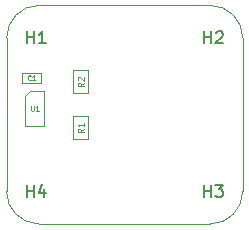
<source format=gbr>
G04 #@! TF.GenerationSoftware,KiCad,Pcbnew,7.0.8*
G04 #@! TF.CreationDate,2023-12-04T23:32:15-07:00*
G04 #@! TF.ProjectId,wheelspeed,77686565-6c73-4706-9565-642e6b696361,v1*
G04 #@! TF.SameCoordinates,Original*
G04 #@! TF.FileFunction,AssemblyDrawing,Top*
%FSLAX46Y46*%
G04 Gerber Fmt 4.6, Leading zero omitted, Abs format (unit mm)*
G04 Created by KiCad (PCBNEW 7.0.8) date 2023-12-04 23:32:15*
%MOMM*%
%LPD*%
G01*
G04 APERTURE LIST*
%ADD10C,0.080000*%
%ADD11C,0.150000*%
%ADD12C,0.060000*%
%ADD13C,0.100000*%
G04 #@! TA.AperFunction,Profile*
%ADD14C,0.100000*%
G04 #@! TD*
G04 APERTURE END LIST*
D10*
X136520899Y-94195833D02*
X136282804Y-94362499D01*
X136520899Y-94481547D02*
X136020899Y-94481547D01*
X136020899Y-94481547D02*
X136020899Y-94291071D01*
X136020899Y-94291071D02*
X136044709Y-94243452D01*
X136044709Y-94243452D02*
X136068518Y-94219642D01*
X136068518Y-94219642D02*
X136116137Y-94195833D01*
X136116137Y-94195833D02*
X136187566Y-94195833D01*
X136187566Y-94195833D02*
X136235185Y-94219642D01*
X136235185Y-94219642D02*
X136258994Y-94243452D01*
X136258994Y-94243452D02*
X136282804Y-94291071D01*
X136282804Y-94291071D02*
X136282804Y-94481547D01*
X136068518Y-94005356D02*
X136044709Y-93981547D01*
X136044709Y-93981547D02*
X136020899Y-93933928D01*
X136020899Y-93933928D02*
X136020899Y-93814880D01*
X136020899Y-93814880D02*
X136044709Y-93767261D01*
X136044709Y-93767261D02*
X136068518Y-93743452D01*
X136068518Y-93743452D02*
X136116137Y-93719642D01*
X136116137Y-93719642D02*
X136163756Y-93719642D01*
X136163756Y-93719642D02*
X136235185Y-93743452D01*
X136235185Y-93743452D02*
X136520899Y-94029166D01*
X136520899Y-94029166D02*
X136520899Y-93719642D01*
D11*
X146738095Y-90867319D02*
X146738095Y-89867319D01*
X146738095Y-90343509D02*
X147309523Y-90343509D01*
X147309523Y-90867319D02*
X147309523Y-89867319D01*
X147738095Y-89962557D02*
X147785714Y-89914938D01*
X147785714Y-89914938D02*
X147880952Y-89867319D01*
X147880952Y-89867319D02*
X148119047Y-89867319D01*
X148119047Y-89867319D02*
X148214285Y-89914938D01*
X148214285Y-89914938D02*
X148261904Y-89962557D01*
X148261904Y-89962557D02*
X148309523Y-90057795D01*
X148309523Y-90057795D02*
X148309523Y-90153033D01*
X148309523Y-90153033D02*
X148261904Y-90295890D01*
X148261904Y-90295890D02*
X147690476Y-90867319D01*
X147690476Y-90867319D02*
X148309523Y-90867319D01*
X131738095Y-103867319D02*
X131738095Y-102867319D01*
X131738095Y-103343509D02*
X132309523Y-103343509D01*
X132309523Y-103867319D02*
X132309523Y-102867319D01*
X133214285Y-103200652D02*
X133214285Y-103867319D01*
X132976190Y-102819700D02*
X132738095Y-103533985D01*
X132738095Y-103533985D02*
X133357142Y-103533985D01*
X131738095Y-90867319D02*
X131738095Y-89867319D01*
X131738095Y-90343509D02*
X132309523Y-90343509D01*
X132309523Y-90867319D02*
X132309523Y-89867319D01*
X133309523Y-90867319D02*
X132738095Y-90867319D01*
X133023809Y-90867319D02*
X133023809Y-89867319D01*
X133023809Y-89867319D02*
X132928571Y-90010176D01*
X132928571Y-90010176D02*
X132833333Y-90105414D01*
X132833333Y-90105414D02*
X132738095Y-90153033D01*
D10*
X136520899Y-98095833D02*
X136282804Y-98262499D01*
X136520899Y-98381547D02*
X136020899Y-98381547D01*
X136020899Y-98381547D02*
X136020899Y-98191071D01*
X136020899Y-98191071D02*
X136044709Y-98143452D01*
X136044709Y-98143452D02*
X136068518Y-98119642D01*
X136068518Y-98119642D02*
X136116137Y-98095833D01*
X136116137Y-98095833D02*
X136187566Y-98095833D01*
X136187566Y-98095833D02*
X136235185Y-98119642D01*
X136235185Y-98119642D02*
X136258994Y-98143452D01*
X136258994Y-98143452D02*
X136282804Y-98191071D01*
X136282804Y-98191071D02*
X136282804Y-98381547D01*
X136520899Y-97619642D02*
X136520899Y-97905356D01*
X136520899Y-97762499D02*
X136020899Y-97762499D01*
X136020899Y-97762499D02*
X136092328Y-97810118D01*
X136092328Y-97810118D02*
X136139947Y-97857737D01*
X136139947Y-97857737D02*
X136163756Y-97905356D01*
D11*
X146738095Y-103867319D02*
X146738095Y-102867319D01*
X146738095Y-103343509D02*
X147309523Y-103343509D01*
X147309523Y-103867319D02*
X147309523Y-102867319D01*
X147690476Y-102867319D02*
X148309523Y-102867319D01*
X148309523Y-102867319D02*
X147976190Y-103248271D01*
X147976190Y-103248271D02*
X148119047Y-103248271D01*
X148119047Y-103248271D02*
X148214285Y-103295890D01*
X148214285Y-103295890D02*
X148261904Y-103343509D01*
X148261904Y-103343509D02*
X148309523Y-103438747D01*
X148309523Y-103438747D02*
X148309523Y-103676842D01*
X148309523Y-103676842D02*
X148261904Y-103772080D01*
X148261904Y-103772080D02*
X148214285Y-103819700D01*
X148214285Y-103819700D02*
X148119047Y-103867319D01*
X148119047Y-103867319D02*
X147833333Y-103867319D01*
X147833333Y-103867319D02*
X147738095Y-103819700D01*
X147738095Y-103819700D02*
X147690476Y-103772080D01*
D12*
X132033333Y-93943832D02*
X132014285Y-93962880D01*
X132014285Y-93962880D02*
X131957143Y-93981927D01*
X131957143Y-93981927D02*
X131919047Y-93981927D01*
X131919047Y-93981927D02*
X131861904Y-93962880D01*
X131861904Y-93962880D02*
X131823809Y-93924784D01*
X131823809Y-93924784D02*
X131804762Y-93886689D01*
X131804762Y-93886689D02*
X131785714Y-93810499D01*
X131785714Y-93810499D02*
X131785714Y-93753356D01*
X131785714Y-93753356D02*
X131804762Y-93677165D01*
X131804762Y-93677165D02*
X131823809Y-93639070D01*
X131823809Y-93639070D02*
X131861904Y-93600975D01*
X131861904Y-93600975D02*
X131919047Y-93581927D01*
X131919047Y-93581927D02*
X131957143Y-93581927D01*
X131957143Y-93581927D02*
X132014285Y-93600975D01*
X132014285Y-93600975D02*
X132033333Y-93620022D01*
X132414285Y-93981927D02*
X132185714Y-93981927D01*
X132300000Y-93981927D02*
X132300000Y-93581927D01*
X132300000Y-93581927D02*
X132261904Y-93639070D01*
X132261904Y-93639070D02*
X132223809Y-93677165D01*
X132223809Y-93677165D02*
X132185714Y-93696213D01*
X132088988Y-96181927D02*
X132088988Y-96505737D01*
X132088988Y-96505737D02*
X132108035Y-96543832D01*
X132108035Y-96543832D02*
X132127083Y-96562880D01*
X132127083Y-96562880D02*
X132165178Y-96581927D01*
X132165178Y-96581927D02*
X132241369Y-96581927D01*
X132241369Y-96581927D02*
X132279464Y-96562880D01*
X132279464Y-96562880D02*
X132298511Y-96543832D01*
X132298511Y-96543832D02*
X132317559Y-96505737D01*
X132317559Y-96505737D02*
X132317559Y-96181927D01*
X132717559Y-96581927D02*
X132488988Y-96581927D01*
X132603274Y-96581927D02*
X132603274Y-96181927D01*
X132603274Y-96181927D02*
X132565178Y-96239070D01*
X132565178Y-96239070D02*
X132527083Y-96277165D01*
X132527083Y-96277165D02*
X132488988Y-96296213D01*
D13*
X136918750Y-93112500D02*
X136918750Y-95112500D01*
X135668750Y-93112500D02*
X136918750Y-93112500D01*
X136918750Y-95112500D02*
X135668750Y-95112500D01*
X135668750Y-95112500D02*
X135668750Y-93112500D01*
X135668750Y-99012500D02*
X135668750Y-97012500D01*
X136918750Y-99012500D02*
X135668750Y-99012500D01*
X135668750Y-97012500D02*
X136918750Y-97012500D01*
X136918750Y-97012500D02*
X136918750Y-99012500D01*
X132900000Y-94200000D02*
X131300000Y-94200000D01*
X132900000Y-93400000D02*
X132900000Y-94200000D01*
X131300000Y-94200000D02*
X131300000Y-93400000D01*
X131300000Y-93400000D02*
X132900000Y-93400000D01*
X131593750Y-95350000D02*
X131993750Y-94950000D01*
X131593750Y-97850000D02*
X131593750Y-95350000D01*
X131993750Y-94950000D02*
X133193750Y-94950000D01*
X133193750Y-94950000D02*
X133193750Y-97850000D01*
X133193750Y-97850000D02*
X131593750Y-97850000D01*
D14*
X147250000Y-87662500D02*
X132750000Y-87662500D01*
X147250000Y-106162500D02*
G75*
G03*
X150000000Y-103412500I0J2750000D01*
G01*
X130000000Y-90412500D02*
X130000000Y-103412500D01*
X150000000Y-90412500D02*
G75*
G03*
X147250000Y-87662500I-2749900J100D01*
G01*
X132750000Y-87662500D02*
G75*
G03*
X130000000Y-90412500I0J-2750000D01*
G01*
X130000000Y-103412500D02*
G75*
G03*
X132750000Y-106162500I2749900J-100D01*
G01*
X150000000Y-103412500D02*
X150000000Y-90412500D01*
X132750000Y-106162500D02*
X147250000Y-106162500D01*
M02*

</source>
